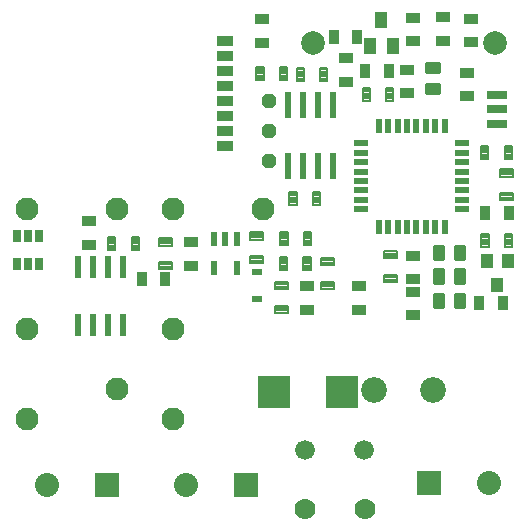
<source format=gbs>
G75*
G70*
%OFA0B0*%
%FSLAX24Y24*%
%IPPOS*%
%LPD*%
%AMOC8*
5,1,8,0,0,1.08239X$1,22.5*
%
%ADD10R,0.0400X0.0450*%
%ADD11R,0.0220X0.0780*%
%ADD12C,0.0079*%
%ADD13R,0.0512X0.0355*%
%ADD14R,0.0355X0.0512*%
%ADD15C,0.0787*%
%ADD16C,0.0860*%
%ADD17R,0.0220X0.0500*%
%ADD18R,0.0669X0.0276*%
%ADD19R,0.0394X0.0551*%
%ADD20R,0.0210X0.0500*%
%ADD21R,0.0500X0.0210*%
%ADD22R,0.0551X0.0354*%
%ADD23C,0.0660*%
%ADD24C,0.0700*%
%ADD25R,0.0327X0.0248*%
%ADD26R,0.0276X0.0394*%
%ADD27C,0.0768*%
%ADD28C,0.0100*%
%ADD29OC8,0.0480*%
%ADD30R,0.0800X0.0800*%
%ADD31C,0.0800*%
%ADD32R,0.0236X0.0866*%
%ADD33R,0.1102X0.1102*%
D10*
X020530Y009336D03*
X021230Y009336D03*
X020880Y008536D03*
D11*
X008410Y009146D03*
X007910Y009146D03*
X007410Y009146D03*
X006910Y009146D03*
X006910Y007206D03*
X007410Y007206D03*
X007910Y007206D03*
X008410Y007206D03*
D12*
X010037Y009064D02*
X010037Y009300D01*
X010037Y009064D02*
X009603Y009064D01*
X009603Y009300D01*
X010037Y009300D01*
X010037Y009142D02*
X009603Y009142D01*
X009603Y009220D02*
X010037Y009220D01*
X010037Y009298D02*
X009603Y009298D01*
X010037Y009851D02*
X010037Y010087D01*
X010037Y009851D02*
X009603Y009851D01*
X009603Y010087D01*
X010037Y010087D01*
X010037Y009929D02*
X009603Y009929D01*
X009603Y010007D02*
X010037Y010007D01*
X010037Y010085D02*
X009603Y010085D01*
X008921Y009689D02*
X008685Y009689D01*
X008685Y010123D01*
X008921Y010123D01*
X008921Y009689D01*
X008921Y009767D02*
X008685Y009767D01*
X008685Y009845D02*
X008921Y009845D01*
X008921Y009923D02*
X008685Y009923D01*
X008685Y010001D02*
X008921Y010001D01*
X008921Y010079D02*
X008685Y010079D01*
X008134Y009689D02*
X007898Y009689D01*
X007898Y010123D01*
X008134Y010123D01*
X008134Y009689D01*
X008134Y009767D02*
X007898Y009767D01*
X007898Y009845D02*
X008134Y009845D01*
X008134Y009923D02*
X007898Y009923D01*
X007898Y010001D02*
X008134Y010001D01*
X008134Y010079D02*
X007898Y010079D01*
X012643Y010051D02*
X012643Y010287D01*
X013077Y010287D01*
X013077Y010051D01*
X012643Y010051D01*
X012643Y010129D02*
X013077Y010129D01*
X013077Y010207D02*
X012643Y010207D01*
X012643Y010285D02*
X013077Y010285D01*
X013648Y009859D02*
X013884Y009859D01*
X013648Y009859D02*
X013648Y010293D01*
X013884Y010293D01*
X013884Y009859D01*
X013884Y009937D02*
X013648Y009937D01*
X013648Y010015D02*
X013884Y010015D01*
X013884Y010093D02*
X013648Y010093D01*
X013648Y010171D02*
X013884Y010171D01*
X013884Y010249D02*
X013648Y010249D01*
X014435Y009859D02*
X014671Y009859D01*
X014435Y009859D02*
X014435Y010293D01*
X014671Y010293D01*
X014671Y009859D01*
X014671Y009937D02*
X014435Y009937D01*
X014435Y010015D02*
X014671Y010015D01*
X014671Y010093D02*
X014435Y010093D01*
X014435Y010171D02*
X014671Y010171D01*
X014671Y010249D02*
X014435Y010249D01*
X014415Y009463D02*
X014651Y009463D01*
X014651Y009029D01*
X014415Y009029D01*
X014415Y009463D01*
X014415Y009107D02*
X014651Y009107D01*
X014651Y009185D02*
X014415Y009185D01*
X014415Y009263D02*
X014651Y009263D01*
X014651Y009341D02*
X014415Y009341D01*
X014415Y009419D02*
X014651Y009419D01*
X015427Y009437D02*
X015427Y009201D01*
X014993Y009201D01*
X014993Y009437D01*
X015427Y009437D01*
X015427Y009279D02*
X014993Y009279D01*
X014993Y009357D02*
X015427Y009357D01*
X015427Y009435D02*
X014993Y009435D01*
X015427Y008650D02*
X015427Y008414D01*
X014993Y008414D01*
X014993Y008650D01*
X015427Y008650D01*
X015427Y008492D02*
X014993Y008492D01*
X014993Y008570D02*
X015427Y008570D01*
X015427Y008648D02*
X014993Y008648D01*
X013473Y008637D02*
X013473Y008401D01*
X013473Y008637D02*
X013907Y008637D01*
X013907Y008401D01*
X013473Y008401D01*
X013473Y008479D02*
X013907Y008479D01*
X013907Y008557D02*
X013473Y008557D01*
X013473Y008635D02*
X013907Y008635D01*
X013864Y009463D02*
X013628Y009463D01*
X013864Y009463D02*
X013864Y009029D01*
X013628Y009029D01*
X013628Y009463D01*
X013628Y009107D02*
X013864Y009107D01*
X013864Y009185D02*
X013628Y009185D01*
X013628Y009263D02*
X013864Y009263D01*
X013864Y009341D02*
X013628Y009341D01*
X013628Y009419D02*
X013864Y009419D01*
X012643Y009500D02*
X012643Y009264D01*
X012643Y009500D02*
X013077Y009500D01*
X013077Y009264D01*
X012643Y009264D01*
X012643Y009342D02*
X013077Y009342D01*
X013077Y009420D02*
X012643Y009420D01*
X012643Y009498D02*
X013077Y009498D01*
X013473Y007850D02*
X013473Y007614D01*
X013473Y007850D02*
X013907Y007850D01*
X013907Y007614D01*
X013473Y007614D01*
X013473Y007692D02*
X013907Y007692D01*
X013907Y007770D02*
X013473Y007770D01*
X013473Y007848D02*
X013907Y007848D01*
X017093Y008634D02*
X017093Y008870D01*
X017527Y008870D01*
X017527Y008634D01*
X017093Y008634D01*
X017093Y008712D02*
X017527Y008712D01*
X017527Y008790D02*
X017093Y008790D01*
X017093Y008868D02*
X017527Y008868D01*
X017093Y009421D02*
X017093Y009657D01*
X017527Y009657D01*
X017527Y009421D01*
X017093Y009421D01*
X017093Y009499D02*
X017527Y009499D01*
X017527Y009577D02*
X017093Y009577D01*
X017093Y009655D02*
X017527Y009655D01*
X014971Y011643D02*
X014735Y011643D01*
X014971Y011643D02*
X014971Y011209D01*
X014735Y011209D01*
X014735Y011643D01*
X014735Y011287D02*
X014971Y011287D01*
X014971Y011365D02*
X014735Y011365D01*
X014735Y011443D02*
X014971Y011443D01*
X014971Y011521D02*
X014735Y011521D01*
X014735Y011599D02*
X014971Y011599D01*
X014184Y011643D02*
X013948Y011643D01*
X014184Y011643D02*
X014184Y011209D01*
X013948Y011209D01*
X013948Y011643D01*
X013948Y011287D02*
X014184Y011287D01*
X014184Y011365D02*
X013948Y011365D01*
X013948Y011443D02*
X014184Y011443D01*
X014184Y011521D02*
X013948Y011521D01*
X013948Y011599D02*
X014184Y011599D01*
X016388Y015113D02*
X016624Y015113D01*
X016624Y014679D01*
X016388Y014679D01*
X016388Y015113D01*
X016388Y014757D02*
X016624Y014757D01*
X016624Y014835D02*
X016388Y014835D01*
X016388Y014913D02*
X016624Y014913D01*
X016624Y014991D02*
X016388Y014991D01*
X016388Y015069D02*
X016624Y015069D01*
X017175Y015113D02*
X017411Y015113D01*
X017411Y014679D01*
X017175Y014679D01*
X017175Y015113D01*
X017175Y014757D02*
X017411Y014757D01*
X017411Y014835D02*
X017175Y014835D01*
X017175Y014913D02*
X017411Y014913D01*
X017411Y014991D02*
X017175Y014991D01*
X017175Y015069D02*
X017411Y015069D01*
X015211Y015339D02*
X014975Y015339D01*
X014975Y015773D01*
X015211Y015773D01*
X015211Y015339D01*
X015211Y015417D02*
X014975Y015417D01*
X014975Y015495D02*
X015211Y015495D01*
X015211Y015573D02*
X014975Y015573D01*
X014975Y015651D02*
X015211Y015651D01*
X015211Y015729D02*
X014975Y015729D01*
X014424Y015339D02*
X014188Y015339D01*
X014188Y015773D01*
X014424Y015773D01*
X014424Y015339D01*
X014424Y015417D02*
X014188Y015417D01*
X014188Y015495D02*
X014424Y015495D01*
X014424Y015573D02*
X014188Y015573D01*
X014188Y015651D02*
X014424Y015651D01*
X014424Y015729D02*
X014188Y015729D01*
X013871Y015359D02*
X013635Y015359D01*
X013635Y015793D01*
X013871Y015793D01*
X013871Y015359D01*
X013871Y015437D02*
X013635Y015437D01*
X013635Y015515D02*
X013871Y015515D01*
X013871Y015593D02*
X013635Y015593D01*
X013635Y015671D02*
X013871Y015671D01*
X013871Y015749D02*
X013635Y015749D01*
X013084Y015359D02*
X012848Y015359D01*
X012848Y015793D01*
X013084Y015793D01*
X013084Y015359D01*
X013084Y015437D02*
X012848Y015437D01*
X012848Y015515D02*
X013084Y015515D01*
X013084Y015593D02*
X012848Y015593D01*
X012848Y015671D02*
X013084Y015671D01*
X013084Y015749D02*
X012848Y015749D01*
X020338Y012729D02*
X020574Y012729D01*
X020338Y012729D02*
X020338Y013163D01*
X020574Y013163D01*
X020574Y012729D01*
X020574Y012807D02*
X020338Y012807D01*
X020338Y012885D02*
X020574Y012885D01*
X020574Y012963D02*
X020338Y012963D01*
X020338Y013041D02*
X020574Y013041D01*
X020574Y013119D02*
X020338Y013119D01*
X021125Y012729D02*
X021361Y012729D01*
X021125Y012729D02*
X021125Y013163D01*
X021361Y013163D01*
X021361Y012729D01*
X021361Y012807D02*
X021125Y012807D01*
X021125Y012885D02*
X021361Y012885D01*
X021361Y012963D02*
X021125Y012963D01*
X021125Y013041D02*
X021361Y013041D01*
X021361Y013119D02*
X021125Y013119D01*
X021397Y012387D02*
X021397Y012151D01*
X020963Y012151D01*
X020963Y012387D01*
X021397Y012387D01*
X021397Y012229D02*
X020963Y012229D01*
X020963Y012307D02*
X021397Y012307D01*
X021397Y012385D02*
X020963Y012385D01*
X021397Y011600D02*
X021397Y011364D01*
X020963Y011364D01*
X020963Y011600D01*
X021397Y011600D01*
X021397Y011442D02*
X020963Y011442D01*
X020963Y011520D02*
X021397Y011520D01*
X021397Y011598D02*
X020963Y011598D01*
X021135Y009809D02*
X021371Y009809D01*
X021135Y009809D02*
X021135Y010243D01*
X021371Y010243D01*
X021371Y009809D01*
X021371Y009887D02*
X021135Y009887D01*
X021135Y009965D02*
X021371Y009965D01*
X021371Y010043D02*
X021135Y010043D01*
X021135Y010121D02*
X021371Y010121D01*
X021371Y010199D02*
X021135Y010199D01*
X020584Y009809D02*
X020348Y009809D01*
X020348Y010243D01*
X020584Y010243D01*
X020584Y009809D01*
X020584Y009887D02*
X020348Y009887D01*
X020348Y009965D02*
X020584Y009965D01*
X020584Y010043D02*
X020348Y010043D01*
X020348Y010121D02*
X020584Y010121D01*
X020584Y010199D02*
X020348Y010199D01*
D13*
X018060Y009508D03*
X018060Y008720D03*
X018060Y008319D03*
X018060Y007532D03*
X016260Y007712D03*
X016260Y008499D03*
X014520Y008499D03*
X014520Y007712D03*
X010670Y009172D03*
X010670Y009959D03*
X007260Y009882D03*
X007260Y010669D03*
X013040Y016602D03*
X013040Y017389D03*
X015830Y016089D03*
X015830Y015302D03*
X017860Y014932D03*
X017860Y015719D03*
X018060Y016662D03*
X018060Y017449D03*
X019050Y017459D03*
X019050Y016672D03*
X020010Y016632D03*
X020010Y017419D03*
X019860Y015619D03*
X019860Y014832D03*
D14*
X017263Y015686D03*
X016476Y015686D03*
X016203Y016806D03*
X015416Y016806D03*
X020466Y010926D03*
X021253Y010926D03*
X021053Y007926D03*
X020266Y007926D03*
X009803Y008726D03*
X009016Y008726D03*
D15*
X014728Y016613D03*
X020791Y016613D03*
D16*
X018744Y005038D03*
X016775Y005038D03*
D17*
X012190Y009096D03*
X011430Y009096D03*
X011430Y010056D03*
X011810Y010056D03*
X012190Y010056D03*
D18*
X020851Y013914D03*
X020851Y014387D03*
X020851Y014859D03*
D19*
X017384Y016493D03*
X016635Y016493D03*
X017010Y017359D03*
D20*
X016922Y013851D03*
X017237Y013851D03*
X017552Y013851D03*
X017867Y013851D03*
X018182Y013851D03*
X018497Y013851D03*
X018812Y013851D03*
X019127Y013851D03*
X019127Y010471D03*
X018812Y010471D03*
X018497Y010471D03*
X018182Y010471D03*
X017867Y010471D03*
X017552Y010471D03*
X017237Y010471D03*
X016922Y010471D03*
D21*
X016334Y011059D03*
X016334Y011374D03*
X016334Y011689D03*
X016334Y012003D03*
X016334Y012318D03*
X016334Y012633D03*
X016334Y012948D03*
X016334Y013263D03*
X019714Y013263D03*
X019714Y012948D03*
X019714Y012633D03*
X019714Y012318D03*
X019714Y012003D03*
X019714Y011689D03*
X019714Y011374D03*
X019714Y011059D03*
D22*
X011799Y013175D03*
X011799Y013675D03*
X011799Y014175D03*
X011799Y014675D03*
X011799Y015175D03*
X011799Y015675D03*
X011799Y016175D03*
X011799Y016675D03*
D23*
X014475Y003026D03*
X016444Y003026D03*
D24*
X016480Y001076D03*
X014480Y001076D03*
D25*
X012860Y008073D03*
X012860Y008978D03*
D26*
X005604Y009223D03*
X005230Y009223D03*
X004855Y009223D03*
X004855Y010168D03*
X005230Y010168D03*
X005604Y010168D03*
D27*
X005200Y004076D03*
X008200Y005076D03*
X010050Y004076D03*
X010050Y007076D03*
X010050Y011076D03*
X008200Y011076D03*
X005200Y011076D03*
X005200Y007076D03*
X013050Y011076D03*
D28*
X018760Y009851D02*
X019060Y009851D01*
X019060Y009401D01*
X018760Y009401D01*
X018760Y009851D01*
X018760Y009500D02*
X019060Y009500D01*
X019060Y009599D02*
X018760Y009599D01*
X018760Y009698D02*
X019060Y009698D01*
X019060Y009797D02*
X018760Y009797D01*
X019460Y009851D02*
X019760Y009851D01*
X019760Y009401D01*
X019460Y009401D01*
X019460Y009851D01*
X019460Y009500D02*
X019760Y009500D01*
X019760Y009599D02*
X019460Y009599D01*
X019460Y009698D02*
X019760Y009698D01*
X019760Y009797D02*
X019460Y009797D01*
X019453Y008607D02*
X019753Y008607D01*
X019453Y008607D02*
X019453Y009057D01*
X019753Y009057D01*
X019753Y008607D01*
X019753Y008706D02*
X019453Y008706D01*
X019453Y008805D02*
X019753Y008805D01*
X019753Y008904D02*
X019453Y008904D01*
X019453Y009003D02*
X019753Y009003D01*
X019053Y008607D02*
X018753Y008607D01*
X018753Y009057D01*
X019053Y009057D01*
X019053Y008607D01*
X019053Y008706D02*
X018753Y008706D01*
X018753Y008805D02*
X019053Y008805D01*
X019053Y008904D02*
X018753Y008904D01*
X018753Y009003D02*
X019053Y009003D01*
X019060Y008251D02*
X018760Y008251D01*
X019060Y008251D02*
X019060Y007801D01*
X018760Y007801D01*
X018760Y008251D01*
X018760Y007900D02*
X019060Y007900D01*
X019060Y007999D02*
X018760Y007999D01*
X018760Y008098D02*
X019060Y008098D01*
X019060Y008197D02*
X018760Y008197D01*
X019460Y008251D02*
X019760Y008251D01*
X019760Y007801D01*
X019460Y007801D01*
X019460Y008251D01*
X019460Y007900D02*
X019760Y007900D01*
X019760Y007999D02*
X019460Y007999D01*
X019460Y008098D02*
X019760Y008098D01*
X019760Y008197D02*
X019460Y008197D01*
X018485Y014926D02*
X018485Y015226D01*
X018935Y015226D01*
X018935Y014926D01*
X018485Y014926D01*
X018485Y015025D02*
X018935Y015025D01*
X018935Y015124D02*
X018485Y015124D01*
X018485Y015223D02*
X018935Y015223D01*
X018485Y015626D02*
X018485Y015926D01*
X018935Y015926D01*
X018935Y015626D01*
X018485Y015626D01*
X018485Y015725D02*
X018935Y015725D01*
X018935Y015824D02*
X018485Y015824D01*
X018485Y015923D02*
X018935Y015923D01*
D29*
X013260Y014676D03*
X013260Y013676D03*
X013260Y012676D03*
D30*
X012510Y001876D03*
X007860Y001876D03*
X018610Y001926D03*
D31*
X020610Y001926D03*
X010510Y001876D03*
X005860Y001876D03*
D32*
X013910Y012502D03*
X014410Y012502D03*
X014910Y012502D03*
X015410Y012502D03*
X015410Y014549D03*
X014910Y014549D03*
X014410Y014549D03*
X013910Y014549D03*
D33*
X013418Y004976D03*
X015701Y004976D03*
M02*

</source>
